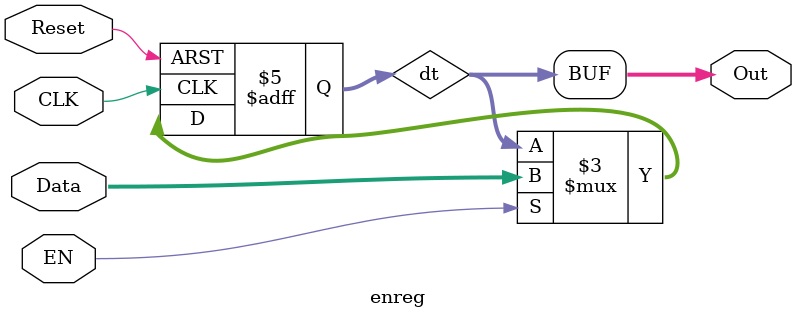
<source format=v>
`timescale 1ns / 1ps

module enreg #(parameter WIDTH = 32)
	(input CLK, Reset, EN,
	input [WIDTH - 1:0] Data,
	output [WIDTH - 1:0] Out);

	reg [WIDTH - 1:0] dt;
	assign Out = dt;

	always @(posedge CLK, posedge Reset)
		if (Reset)
			dt <= 0;
		else
			if (EN)
				dt <= Data;
			else
				dt <= dt;
endmodule

</source>
